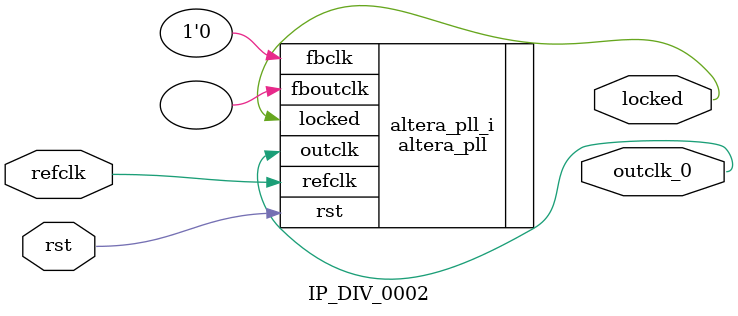
<source format=v>
`timescale 1ns/10ps
module  IP_DIV_0002(

	// interface 'refclk'
	input wire refclk,

	// interface 'reset'
	input wire rst,

	// interface 'outclk0'
	output wire outclk_0,

	// interface 'locked'
	output wire locked
);

	altera_pll #(
		.fractional_vco_multiplier("false"),
		.reference_clock_frequency("50.0 MHz"),
		.operation_mode("direct"),
		.number_of_clocks(1),
		.output_clock_frequency0("16.666666 MHz"),
		.phase_shift0("0 ps"),
		.duty_cycle0(50),
		.output_clock_frequency1("0 MHz"),
		.phase_shift1("0 ps"),
		.duty_cycle1(50),
		.output_clock_frequency2("0 MHz"),
		.phase_shift2("0 ps"),
		.duty_cycle2(50),
		.output_clock_frequency3("0 MHz"),
		.phase_shift3("0 ps"),
		.duty_cycle3(50),
		.output_clock_frequency4("0 MHz"),
		.phase_shift4("0 ps"),
		.duty_cycle4(50),
		.output_clock_frequency5("0 MHz"),
		.phase_shift5("0 ps"),
		.duty_cycle5(50),
		.output_clock_frequency6("0 MHz"),
		.phase_shift6("0 ps"),
		.duty_cycle6(50),
		.output_clock_frequency7("0 MHz"),
		.phase_shift7("0 ps"),
		.duty_cycle7(50),
		.output_clock_frequency8("0 MHz"),
		.phase_shift8("0 ps"),
		.duty_cycle8(50),
		.output_clock_frequency9("0 MHz"),
		.phase_shift9("0 ps"),
		.duty_cycle9(50),
		.output_clock_frequency10("0 MHz"),
		.phase_shift10("0 ps"),
		.duty_cycle10(50),
		.output_clock_frequency11("0 MHz"),
		.phase_shift11("0 ps"),
		.duty_cycle11(50),
		.output_clock_frequency12("0 MHz"),
		.phase_shift12("0 ps"),
		.duty_cycle12(50),
		.output_clock_frequency13("0 MHz"),
		.phase_shift13("0 ps"),
		.duty_cycle13(50),
		.output_clock_frequency14("0 MHz"),
		.phase_shift14("0 ps"),
		.duty_cycle14(50),
		.output_clock_frequency15("0 MHz"),
		.phase_shift15("0 ps"),
		.duty_cycle15(50),
		.output_clock_frequency16("0 MHz"),
		.phase_shift16("0 ps"),
		.duty_cycle16(50),
		.output_clock_frequency17("0 MHz"),
		.phase_shift17("0 ps"),
		.duty_cycle17(50),
		.pll_type("General"),
		.pll_subtype("General")
	) altera_pll_i (
		.rst	(rst),
		.outclk	({outclk_0}),
		.locked	(locked),
		.fboutclk	( ),
		.fbclk	(1'b0),
		.refclk	(refclk)
	);
endmodule


</source>
